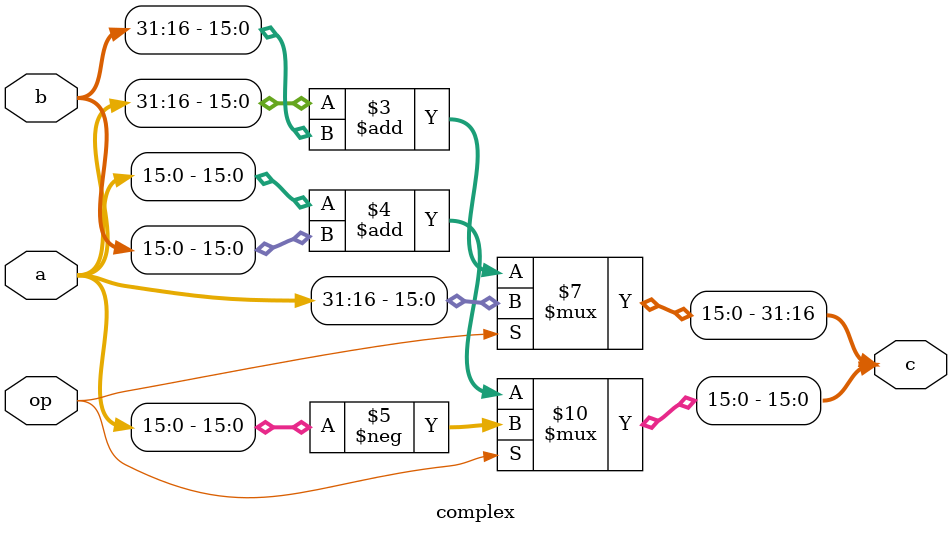
<source format=sv>


module complex(
    input op,
    input [31:0] a,
    input [31:0] b,
    output reg [31:0] c
);

    always_comb begin
        if (op == 0) begin
            c[31:16] = a[31:16] + b[31:16];
            c[15:0] = a[15:0] + b[15:0];
        end else begin
            c = { a[31:16], -a[15:0] };
        end
    end

endmodule
</source>
